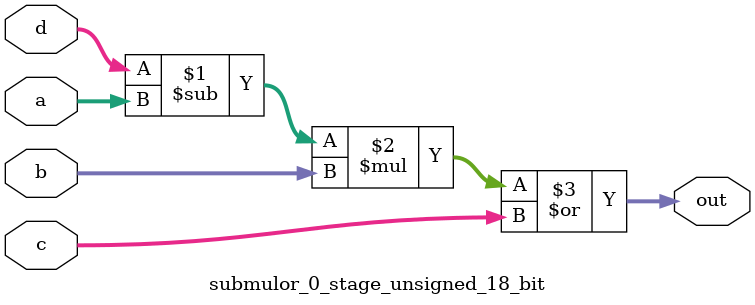
<source format=sv>
(* use_dsp = "yes" *) module submulor_0_stage_unsigned_18_bit(
	input  [17:0] a,
	input  [17:0] b,
	input  [17:0] c,
	input  [17:0] d,
	output [17:0] out
	);

	assign out = ((d - a) * b) | c;
endmodule

</source>
